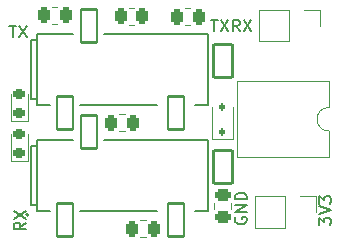
<source format=gto>
G04 #@! TF.GenerationSoftware,KiCad,Pcbnew,8.0.1*
G04 #@! TF.CreationDate,2024-03-31T17:01:24-05:00*
G04 #@! TF.ProjectId,minimidi_v1,6d696e69-6d69-4646-995f-76312e6b6963,rev?*
G04 #@! TF.SameCoordinates,Original*
G04 #@! TF.FileFunction,Legend,Top*
G04 #@! TF.FilePolarity,Positive*
%FSLAX46Y46*%
G04 Gerber Fmt 4.6, Leading zero omitted, Abs format (unit mm)*
G04 Created by KiCad (PCBNEW 8.0.1) date 2024-03-31 17:01:24*
%MOMM*%
%LPD*%
G01*
G04 APERTURE LIST*
G04 Aperture macros list*
%AMRoundRect*
0 Rectangle with rounded corners*
0 $1 Rounding radius*
0 $2 $3 $4 $5 $6 $7 $8 $9 X,Y pos of 4 corners*
0 Add a 4 corners polygon primitive as box body*
4,1,4,$2,$3,$4,$5,$6,$7,$8,$9,$2,$3,0*
0 Add four circle primitives for the rounded corners*
1,1,$1+$1,$2,$3*
1,1,$1+$1,$4,$5*
1,1,$1+$1,$6,$7*
1,1,$1+$1,$8,$9*
0 Add four rect primitives between the rounded corners*
20,1,$1+$1,$2,$3,$4,$5,0*
20,1,$1+$1,$4,$5,$6,$7,0*
20,1,$1+$1,$6,$7,$8,$9,0*
20,1,$1+$1,$8,$9,$2,$3,0*%
G04 Aperture macros list end*
%ADD10C,0.200000*%
%ADD11C,0.120000*%
%ADD12C,0.127000*%
%ADD13RoundRect,0.250000X0.262500X0.450000X-0.262500X0.450000X-0.262500X-0.450000X0.262500X-0.450000X0*%
%ADD14C,1.700000*%
%ADD15RoundRect,0.102000X-0.700000X-1.400000X0.700000X-1.400000X0.700000X1.400000X-0.700000X1.400000X0*%
%ADD16RoundRect,0.102000X-0.800000X-1.400000X0.800000X-1.400000X0.800000X1.400000X-0.800000X1.400000X0*%
%ADD17RoundRect,0.112500X0.112500X-0.187500X0.112500X0.187500X-0.112500X0.187500X-0.112500X-0.187500X0*%
%ADD18RoundRect,0.218750X0.256250X-0.218750X0.256250X0.218750X-0.256250X0.218750X-0.256250X-0.218750X0*%
%ADD19R,1.780000X2.000000*%
%ADD20RoundRect,0.250000X-0.262500X-0.450000X0.262500X-0.450000X0.262500X0.450000X-0.262500X0.450000X0*%
%ADD21R,1.700000X1.700000*%
%ADD22O,1.700000X1.700000*%
%ADD23RoundRect,0.250000X0.450000X-0.262500X0.450000X0.262500X-0.450000X0.262500X-0.450000X-0.262500X0*%
G04 APERTURE END LIST*
D10*
X139794102Y-102116479D02*
X139746483Y-102211717D01*
X139746483Y-102211717D02*
X139746483Y-102354574D01*
X139746483Y-102354574D02*
X139794102Y-102497431D01*
X139794102Y-102497431D02*
X139889340Y-102592669D01*
X139889340Y-102592669D02*
X139984578Y-102640288D01*
X139984578Y-102640288D02*
X140175054Y-102687907D01*
X140175054Y-102687907D02*
X140317911Y-102687907D01*
X140317911Y-102687907D02*
X140508387Y-102640288D01*
X140508387Y-102640288D02*
X140603625Y-102592669D01*
X140603625Y-102592669D02*
X140698864Y-102497431D01*
X140698864Y-102497431D02*
X140746483Y-102354574D01*
X140746483Y-102354574D02*
X140746483Y-102259336D01*
X140746483Y-102259336D02*
X140698864Y-102116479D01*
X140698864Y-102116479D02*
X140651244Y-102068860D01*
X140651244Y-102068860D02*
X140317911Y-102068860D01*
X140317911Y-102068860D02*
X140317911Y-102259336D01*
X140746483Y-101640288D02*
X139746483Y-101640288D01*
X139746483Y-101640288D02*
X140746483Y-101068860D01*
X140746483Y-101068860D02*
X139746483Y-101068860D01*
X140746483Y-100592669D02*
X139746483Y-100592669D01*
X139746483Y-100592669D02*
X139746483Y-100354574D01*
X139746483Y-100354574D02*
X139794102Y-100211717D01*
X139794102Y-100211717D02*
X139889340Y-100116479D01*
X139889340Y-100116479D02*
X139984578Y-100068860D01*
X139984578Y-100068860D02*
X140175054Y-100021241D01*
X140175054Y-100021241D02*
X140317911Y-100021241D01*
X140317911Y-100021241D02*
X140508387Y-100068860D01*
X140508387Y-100068860D02*
X140603625Y-100116479D01*
X140603625Y-100116479D02*
X140698864Y-100211717D01*
X140698864Y-100211717D02*
X140746483Y-100354574D01*
X140746483Y-100354574D02*
X140746483Y-100592669D01*
X122038832Y-102560580D02*
X121562641Y-102893913D01*
X122038832Y-103132008D02*
X121038832Y-103132008D01*
X121038832Y-103132008D02*
X121038832Y-102751056D01*
X121038832Y-102751056D02*
X121086451Y-102655818D01*
X121086451Y-102655818D02*
X121134070Y-102608199D01*
X121134070Y-102608199D02*
X121229308Y-102560580D01*
X121229308Y-102560580D02*
X121372165Y-102560580D01*
X121372165Y-102560580D02*
X121467403Y-102608199D01*
X121467403Y-102608199D02*
X121515022Y-102655818D01*
X121515022Y-102655818D02*
X121562641Y-102751056D01*
X121562641Y-102751056D02*
X121562641Y-103132008D01*
X121038832Y-102227246D02*
X122038832Y-101560580D01*
X121038832Y-101560580D02*
X122038832Y-102227246D01*
X146881640Y-102758469D02*
X146881640Y-102139422D01*
X146881640Y-102139422D02*
X147262592Y-102472755D01*
X147262592Y-102472755D02*
X147262592Y-102329898D01*
X147262592Y-102329898D02*
X147310211Y-102234660D01*
X147310211Y-102234660D02*
X147357830Y-102187041D01*
X147357830Y-102187041D02*
X147453068Y-102139422D01*
X147453068Y-102139422D02*
X147691163Y-102139422D01*
X147691163Y-102139422D02*
X147786401Y-102187041D01*
X147786401Y-102187041D02*
X147834021Y-102234660D01*
X147834021Y-102234660D02*
X147881640Y-102329898D01*
X147881640Y-102329898D02*
X147881640Y-102615612D01*
X147881640Y-102615612D02*
X147834021Y-102710850D01*
X147834021Y-102710850D02*
X147786401Y-102758469D01*
X146881640Y-101853707D02*
X147881640Y-101520374D01*
X147881640Y-101520374D02*
X146881640Y-101187041D01*
X146881640Y-100948945D02*
X146881640Y-100329898D01*
X146881640Y-100329898D02*
X147262592Y-100663231D01*
X147262592Y-100663231D02*
X147262592Y-100520374D01*
X147262592Y-100520374D02*
X147310211Y-100425136D01*
X147310211Y-100425136D02*
X147357830Y-100377517D01*
X147357830Y-100377517D02*
X147453068Y-100329898D01*
X147453068Y-100329898D02*
X147691163Y-100329898D01*
X147691163Y-100329898D02*
X147786401Y-100377517D01*
X147786401Y-100377517D02*
X147834021Y-100425136D01*
X147834021Y-100425136D02*
X147881640Y-100520374D01*
X147881640Y-100520374D02*
X147881640Y-100806088D01*
X147881640Y-100806088D02*
X147834021Y-100901326D01*
X147834021Y-100901326D02*
X147786401Y-100948945D01*
X137726816Y-85367219D02*
X138298244Y-85367219D01*
X138012530Y-86367219D02*
X138012530Y-85367219D01*
X138536340Y-85367219D02*
X139203006Y-86367219D01*
X139203006Y-85367219D02*
X138536340Y-86367219D01*
X140155387Y-86367219D02*
X139822054Y-85891028D01*
X139583959Y-86367219D02*
X139583959Y-85367219D01*
X139583959Y-85367219D02*
X139964911Y-85367219D01*
X139964911Y-85367219D02*
X140060149Y-85414838D01*
X140060149Y-85414838D02*
X140107768Y-85462457D01*
X140107768Y-85462457D02*
X140155387Y-85557695D01*
X140155387Y-85557695D02*
X140155387Y-85700552D01*
X140155387Y-85700552D02*
X140107768Y-85795790D01*
X140107768Y-85795790D02*
X140060149Y-85843409D01*
X140060149Y-85843409D02*
X139964911Y-85891028D01*
X139964911Y-85891028D02*
X139583959Y-85891028D01*
X140488721Y-85367219D02*
X141155387Y-86367219D01*
X141155387Y-85367219D02*
X140488721Y-86367219D01*
X120648903Y-85874698D02*
X121220331Y-85874698D01*
X120934617Y-86874698D02*
X120934617Y-85874698D01*
X121458427Y-85874698D02*
X122125093Y-86874698D01*
X122125093Y-85874698D02*
X121458427Y-86874698D01*
D11*
X135984917Y-84380635D02*
X135530789Y-84380635D01*
X135984917Y-85850635D02*
X135530789Y-85850635D01*
X130427064Y-93365000D02*
X129972936Y-93365000D01*
X130427064Y-94835000D02*
X129972936Y-94835000D01*
D12*
X122468098Y-87100000D02*
X122468098Y-92100000D01*
X122468098Y-92100000D02*
X122968098Y-92100000D01*
X122968098Y-86600000D02*
X126068098Y-86600000D01*
X122968098Y-87100000D02*
X122468098Y-87100000D01*
X122968098Y-87100000D02*
X122968098Y-86600000D01*
X122968098Y-92100000D02*
X122968098Y-87100000D01*
X122968098Y-92600000D02*
X122968098Y-92100000D01*
X122968098Y-92600000D02*
X124068098Y-92600000D01*
X126668098Y-92600000D02*
X133168098Y-92600000D01*
X128668098Y-86600000D02*
X137468098Y-86600000D01*
X136368098Y-92600000D02*
X137468098Y-92600000D01*
X137468098Y-86600000D02*
X137468098Y-92600000D01*
X122468098Y-96100000D02*
X122468098Y-101100000D01*
X122468098Y-101100000D02*
X122968098Y-101100000D01*
X122968098Y-95600000D02*
X126068098Y-95600000D01*
X122968098Y-96100000D02*
X122468098Y-96100000D01*
X122968098Y-96100000D02*
X122968098Y-95600000D01*
X122968098Y-101100000D02*
X122968098Y-96100000D01*
X122968098Y-101600000D02*
X122968098Y-101100000D01*
X122968098Y-101600000D02*
X124068098Y-101600000D01*
X126668098Y-101600000D02*
X133168098Y-101600000D01*
X128668098Y-95600000D02*
X137468098Y-95600000D01*
X136368098Y-101600000D02*
X137468098Y-101600000D01*
X137468098Y-95600000D02*
X137468098Y-101600000D01*
D10*
X122268098Y-101900000D02*
G75*
G02*
X122068098Y-101900000I-100000J0D01*
G01*
X122068098Y-101900000D02*
G75*
G02*
X122268098Y-101900000I100000J0D01*
G01*
D11*
X131241278Y-84367766D02*
X130787150Y-84367766D01*
X131241278Y-85837766D02*
X130787150Y-85837766D01*
X124727064Y-84265000D02*
X124272936Y-84265000D01*
X124727064Y-85735000D02*
X124272936Y-85735000D01*
X137850000Y-95460000D02*
X137850000Y-92800000D01*
X137850000Y-95460000D02*
X139550000Y-95460000D01*
X139550000Y-95460000D02*
X139550000Y-92800000D01*
X120765000Y-91662500D02*
X120765000Y-93947500D01*
X120765000Y-93947500D02*
X122235000Y-93947500D01*
X122235000Y-93947500D02*
X122235000Y-91662500D01*
X139970000Y-90565000D02*
X139970000Y-97035000D01*
X139970000Y-97035000D02*
X147710000Y-97035000D01*
X147710000Y-90565000D02*
X139970000Y-90565000D01*
X147710000Y-92800000D02*
X147710000Y-90565000D01*
X147710000Y-97035000D02*
X147710000Y-94800000D01*
X147710000Y-94800000D02*
G75*
G02*
X147710000Y-92800000I0J1000000D01*
G01*
X131745872Y-102342297D02*
X132200000Y-102342297D01*
X131745872Y-103812297D02*
X132200000Y-103812297D01*
X141765686Y-84552340D02*
X141765686Y-87212340D01*
X144365686Y-84552340D02*
X141765686Y-84552340D01*
X144365686Y-84552340D02*
X144365686Y-87212340D01*
X144365686Y-87212340D02*
X141765686Y-87212340D01*
X145635686Y-84552340D02*
X146965686Y-84552340D01*
X146965686Y-84552340D02*
X146965686Y-85882340D01*
X120765000Y-95037500D02*
X120765000Y-97322500D01*
X120765000Y-97322500D02*
X122235000Y-97322500D01*
X122235000Y-97322500D02*
X122235000Y-95037500D01*
X141424475Y-100340687D02*
X141424475Y-103000687D01*
X144024475Y-100340687D02*
X141424475Y-100340687D01*
X144024475Y-100340687D02*
X144024475Y-103000687D01*
X144024475Y-103000687D02*
X141424475Y-103000687D01*
X145294475Y-100340687D02*
X146624475Y-100340687D01*
X146624475Y-100340687D02*
X146624475Y-101670687D01*
X137966315Y-101380941D02*
X137966315Y-100926813D01*
X139436315Y-101380941D02*
X139436315Y-100926813D01*
%LPC*%
D13*
X136670353Y-85115635D03*
X134845353Y-85115635D03*
X131112500Y-94100000D03*
X129287500Y-94100000D03*
D14*
X126468098Y-89600000D03*
X133468098Y-89600000D03*
D15*
X125368098Y-93300000D03*
X134768098Y-93300000D03*
X127368098Y-85900000D03*
D16*
X138768098Y-88850000D03*
D14*
X126468098Y-98600000D03*
X133468098Y-98600000D03*
D15*
X125368098Y-102300000D03*
X134768098Y-102300000D03*
X127368098Y-94900000D03*
D16*
X138768098Y-97850000D03*
D13*
X131926714Y-85102766D03*
X130101714Y-85102766D03*
X125412500Y-85000000D03*
X123587500Y-85000000D03*
D17*
X138700000Y-94900000D03*
X138700000Y-92800000D03*
D18*
X121500000Y-93250000D03*
X121500000Y-91675000D03*
D19*
X146380000Y-89035000D03*
X143840000Y-89035000D03*
X141300000Y-89035000D03*
X141300000Y-98565000D03*
X143840000Y-98565000D03*
X146380000Y-98565000D03*
D20*
X131060436Y-103077297D03*
X132885436Y-103077297D03*
D21*
X145635686Y-85882340D03*
D22*
X143095686Y-85882340D03*
D18*
X121500000Y-96625000D03*
X121500000Y-95050000D03*
D21*
X145294475Y-101670687D03*
D22*
X142754475Y-101670687D03*
D23*
X138701315Y-102066377D03*
X138701315Y-100241377D03*
%LPD*%
M02*

</source>
